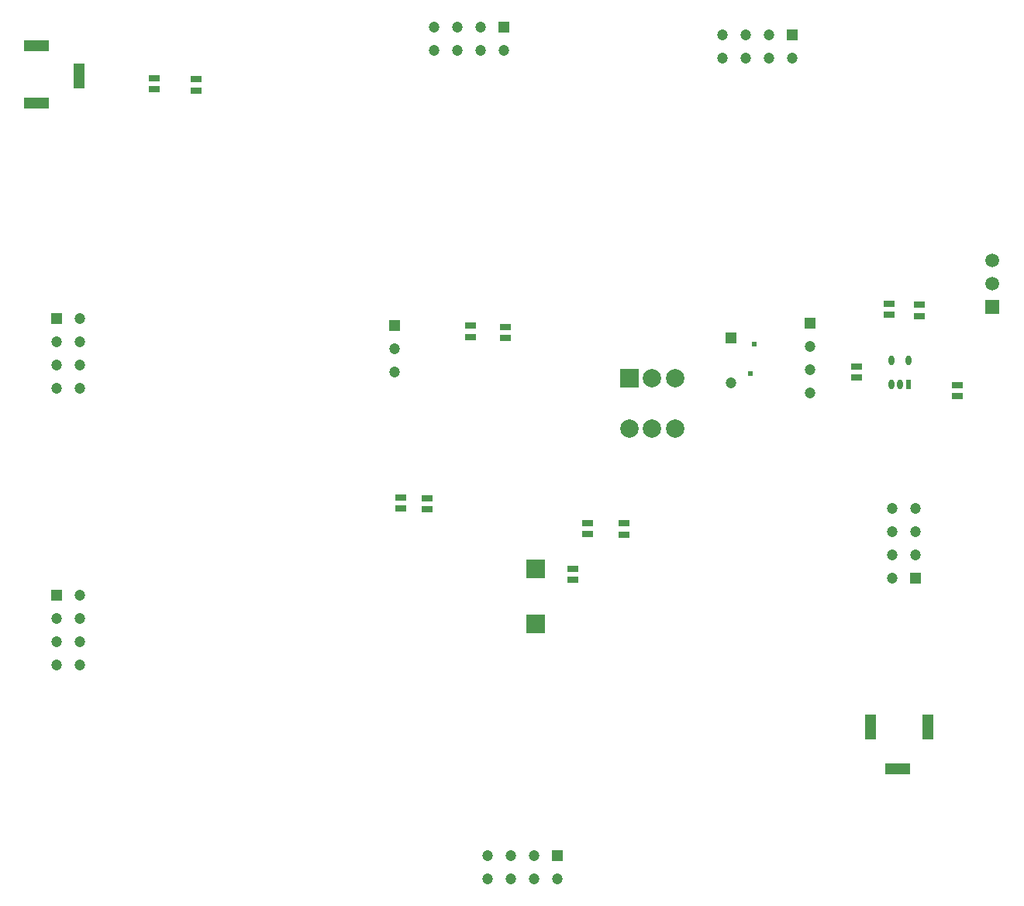
<source format=gbr>
%TF.GenerationSoftware,Altium Limited,Altium Designer,19.1.5 (86)*%
G04 Layer_Color=255*
%FSLAX45Y45*%
%MOMM*%
%TF.FileFunction,Pads,Bot*%
%TF.Part,Single*%
G01*
G75*
%TA.AperFunction,SMDPad,CuDef*%
%ADD10R,1.30000X0.70000*%
%ADD11R,2.00000X2.00000*%
%ADD12O,0.60000X1.10000*%
%ADD13R,0.60000X1.10000*%
%ADD14R,0.60000X0.50000*%
%TA.AperFunction,ComponentPad*%
%ADD15R,1.50000X1.50000*%
%ADD16C,1.50000*%
%ADD17C,2.00000*%
%ADD18R,2.00000X2.00000*%
%ADD19R,2.70000X1.20000*%
%ADD20R,1.20000X2.70000*%
%ADD21R,1.20000X1.20000*%
%ADD22C,1.20000*%
%ADD23R,1.20000X1.20000*%
D10*
X12953999Y5152700D02*
D03*
Y5032700D02*
D03*
X8839200Y10379400D02*
D03*
Y10499400D02*
D03*
X8382000Y10392100D02*
D03*
Y10512100D02*
D03*
X16408400Y7928300D02*
D03*
Y8048300D02*
D03*
X17157700Y7162800D02*
D03*
Y7042800D02*
D03*
X16052800Y7242500D02*
D03*
Y7362500D02*
D03*
X16738600Y8035600D02*
D03*
Y7915600D02*
D03*
X11366500Y5923900D02*
D03*
Y5803900D02*
D03*
X11074400Y5930900D02*
D03*
Y5810900D02*
D03*
X11836400Y7687000D02*
D03*
Y7807000D02*
D03*
X12217400Y7677800D02*
D03*
Y7797800D02*
D03*
X13119099Y5651500D02*
D03*
Y5531500D02*
D03*
X13512801Y5648000D02*
D03*
Y5528000D02*
D03*
D11*
X12547600Y4551400D02*
D03*
Y5151400D02*
D03*
D12*
X16434300Y7429500D02*
D03*
X16624300D02*
D03*
X16434300Y7169500D02*
D03*
X16529300D02*
D03*
D13*
X16624300D02*
D03*
D14*
X14935201Y7607300D02*
D03*
X14897099Y7289800D02*
D03*
D15*
X17538699Y8013700D02*
D03*
D16*
Y8267700D02*
D03*
Y8521700D02*
D03*
D17*
X14071600Y6689000D02*
D03*
X13821600D02*
D03*
X13571600D02*
D03*
X14071600Y7239000D02*
D03*
X13821600D02*
D03*
D18*
X13571600D02*
D03*
D19*
X7099300Y10870500D02*
D03*
Y10240500D02*
D03*
X16505200Y2969000D02*
D03*
D20*
X7559300Y10540500D02*
D03*
X16835201Y3429000D02*
D03*
X16205200D02*
D03*
D21*
X14681200Y7678200D02*
D03*
X15354300Y10985500D02*
D03*
X12788900Y2019300D02*
D03*
X12204700Y11074400D02*
D03*
D22*
X14681200Y7188200D02*
D03*
X14592300Y10731500D02*
D03*
X14846300D02*
D03*
X15100301D02*
D03*
X15354300D02*
D03*
X14592300Y10985500D02*
D03*
X14846300D02*
D03*
X15100301D02*
D03*
X15544800Y7073900D02*
D03*
Y7327900D02*
D03*
Y7581900D02*
D03*
X11010900Y7556500D02*
D03*
Y7302500D02*
D03*
X16446500Y5816600D02*
D03*
Y5562600D02*
D03*
Y5308600D02*
D03*
Y5054600D02*
D03*
X16700500Y5816600D02*
D03*
Y5562600D02*
D03*
Y5308600D02*
D03*
X12534900Y2019300D02*
D03*
X12280900D02*
D03*
X12026900D02*
D03*
X12788900Y1765300D02*
D03*
X12534900D02*
D03*
X12280900D02*
D03*
X12026900D02*
D03*
X7315200Y4610100D02*
D03*
Y4356100D02*
D03*
Y4102100D02*
D03*
X7569200Y4864100D02*
D03*
Y4610100D02*
D03*
Y4356100D02*
D03*
Y4102100D02*
D03*
X7315200Y7632700D02*
D03*
Y7378700D02*
D03*
Y7124700D02*
D03*
X7569200Y7886700D02*
D03*
Y7632700D02*
D03*
Y7378700D02*
D03*
Y7124700D02*
D03*
X11950700Y11074400D02*
D03*
X11696700D02*
D03*
X11442700D02*
D03*
X12204700Y10820400D02*
D03*
X11950700D02*
D03*
X11696700D02*
D03*
X11442700D02*
D03*
D23*
X15544800Y7835900D02*
D03*
X11010900Y7810500D02*
D03*
X16700500Y5054600D02*
D03*
X7315200Y4864100D02*
D03*
Y7886700D02*
D03*
%TF.MD5,27bc368ebaf92e7d3a1cd33052e2bc25*%
M02*

</source>
